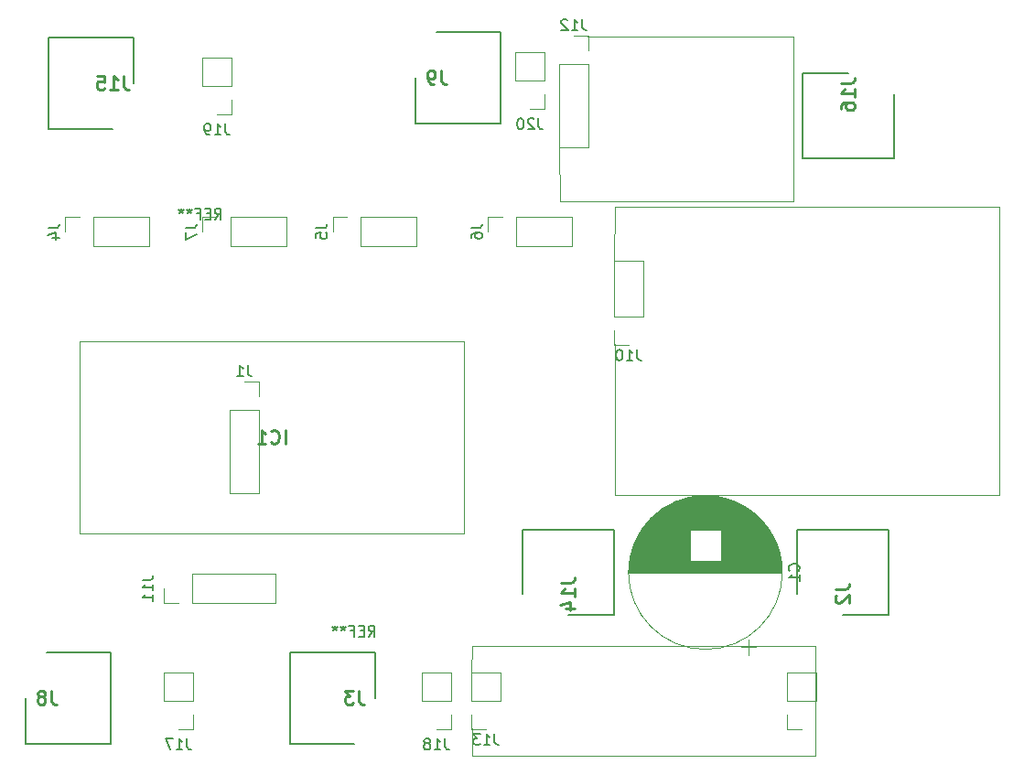
<source format=gbo>
%TF.GenerationSoftware,KiCad,Pcbnew,5.1.10-88a1d61d58~88~ubuntu18.04.1*%
%TF.CreationDate,2022-01-23T15:24:31+01:00*%
%TF.ProjectId,catbot_electronics_board,7061766c-6f76-45f6-9d69-6e695f656c65,rev?*%
%TF.SameCoordinates,Original*%
%TF.FileFunction,Legend,Bot*%
%TF.FilePolarity,Positive*%
%FSLAX46Y46*%
G04 Gerber Fmt 4.6, Leading zero omitted, Abs format (unit mm)*
G04 Created by KiCad (PCBNEW 5.1.10-88a1d61d58~88~ubuntu18.04.1) date 2022-01-23 15:24:31*
%MOMM*%
%LPD*%
G01*
G04 APERTURE LIST*
%ADD10C,0.120000*%
%ADD11C,0.200000*%
%ADD12C,0.100000*%
%ADD13C,0.150000*%
%ADD14C,0.254000*%
G04 APERTURE END LIST*
D10*
%TO.C,J6*%
X66354000Y-30166000D02*
X66354000Y-32826000D01*
X61214000Y-30166000D02*
X66354000Y-30166000D01*
X61214000Y-32826000D02*
X66354000Y-32826000D01*
X61214000Y-30166000D02*
X61214000Y-32826000D01*
X59944000Y-30166000D02*
X58614000Y-30166000D01*
X58614000Y-30166000D02*
X58614000Y-31496000D01*
%TO.C,J12*%
X86868000Y-13462000D02*
X67818000Y-13462000D01*
X86868000Y-28702000D02*
X86868000Y-13462000D01*
X65278000Y-28702000D02*
X86868000Y-28702000D01*
X65218000Y-23682000D02*
X65278000Y-28702000D01*
X67878000Y-13402000D02*
X66548000Y-13402000D01*
X67878000Y-14732000D02*
X67878000Y-13402000D01*
X67878000Y-16002000D02*
X65218000Y-16002000D01*
X65218000Y-16002000D02*
X65218000Y-23682000D01*
X67878000Y-16002000D02*
X67878000Y-23682000D01*
X67878000Y-23682000D02*
X65218000Y-23682000D01*
%TO.C,J20*%
X62484000Y-20126000D02*
X63814000Y-20126000D01*
X63814000Y-20126000D02*
X63814000Y-18796000D01*
X63814000Y-17526000D02*
X63814000Y-14926000D01*
X61154000Y-14926000D02*
X63814000Y-14926000D01*
X61154000Y-17526000D02*
X61154000Y-14926000D01*
X61154000Y-17526000D02*
X63814000Y-17526000D01*
D11*
%TO.C,J16*%
X96198000Y-18796000D02*
X96198000Y-24706000D01*
X96198000Y-24706000D02*
X87698000Y-24706000D01*
X87698000Y-24706000D02*
X87698000Y-16846000D01*
X87698000Y-16846000D02*
X91948000Y-16846000D01*
D12*
%TO.C,IC1*%
X20828000Y-41656000D02*
X20828000Y-59436000D01*
X56388000Y-41656000D02*
X20828000Y-41656000D01*
X56388000Y-59436000D02*
X56388000Y-41656000D01*
X20828000Y-59436000D02*
X56388000Y-59436000D01*
D11*
%TO.C,J9*%
X51898000Y-21522000D02*
X51898000Y-17272000D01*
X59758000Y-21522000D02*
X51898000Y-21522000D01*
X59758000Y-13022000D02*
X59758000Y-21522000D01*
X53848000Y-13022000D02*
X59758000Y-13022000D01*
D10*
%TO.C,J5*%
X52003000Y-30166000D02*
X52003000Y-32826000D01*
X46863000Y-30166000D02*
X52003000Y-30166000D01*
X46863000Y-32826000D02*
X52003000Y-32826000D01*
X46863000Y-30166000D02*
X46863000Y-32826000D01*
X45593000Y-30166000D02*
X44263000Y-30166000D01*
X44263000Y-30166000D02*
X44263000Y-31496000D01*
%TO.C,J10*%
X70358000Y-29210000D02*
X70298000Y-34230000D01*
X105918000Y-29210000D02*
X70358000Y-29210000D01*
X105918000Y-55880000D02*
X105918000Y-29210000D01*
X70358000Y-55880000D02*
X105918000Y-55880000D01*
X70358000Y-41910000D02*
X70358000Y-55880000D01*
X70298000Y-34230000D02*
X72958000Y-34230000D01*
X70298000Y-39370000D02*
X70298000Y-34230000D01*
X72958000Y-39370000D02*
X72958000Y-34230000D01*
X70298000Y-39370000D02*
X72958000Y-39370000D01*
X70298000Y-40640000D02*
X70298000Y-41970000D01*
X70298000Y-41970000D02*
X71628000Y-41970000D01*
%TO.C,J13*%
X86300000Y-74930000D02*
X88960000Y-74930000D01*
X86300000Y-72330000D02*
X88960000Y-72330000D01*
X86300000Y-74930000D02*
X86300000Y-72330000D01*
X86300000Y-77530000D02*
X87630000Y-77530000D01*
X86300000Y-76200000D02*
X86300000Y-77530000D01*
X88960000Y-74930000D02*
X88960000Y-72330000D01*
X88900000Y-69850000D02*
X88900000Y-71120000D01*
X57150000Y-69850000D02*
X88900000Y-69850000D01*
X57090000Y-72330000D02*
X57150000Y-69850000D01*
X88900000Y-80010000D02*
X88900000Y-71120000D01*
X57150000Y-80010000D02*
X88900000Y-80010000D01*
X57150000Y-77470000D02*
X57150000Y-80010000D01*
X57090000Y-72330000D02*
X59750000Y-72330000D01*
X57090000Y-74930000D02*
X57090000Y-72330000D01*
X59750000Y-74930000D02*
X59750000Y-72330000D01*
X57090000Y-74930000D02*
X59750000Y-74930000D01*
X57090000Y-76200000D02*
X57090000Y-77530000D01*
X57090000Y-77530000D02*
X58420000Y-77530000D01*
%TO.C,J19*%
X33528000Y-20634000D02*
X34858000Y-20634000D01*
X34858000Y-20634000D02*
X34858000Y-19304000D01*
X34858000Y-18034000D02*
X34858000Y-15434000D01*
X32198000Y-15434000D02*
X34858000Y-15434000D01*
X32198000Y-18034000D02*
X32198000Y-15434000D01*
X32198000Y-18034000D02*
X34858000Y-18034000D01*
%TO.C,J18*%
X53848000Y-77530000D02*
X55178000Y-77530000D01*
X55178000Y-77530000D02*
X55178000Y-76200000D01*
X55178000Y-74930000D02*
X55178000Y-72330000D01*
X52518000Y-72330000D02*
X55178000Y-72330000D01*
X52518000Y-74930000D02*
X52518000Y-72330000D01*
X52518000Y-74930000D02*
X55178000Y-74930000D01*
%TO.C,J17*%
X29972000Y-77530000D02*
X31302000Y-77530000D01*
X31302000Y-77530000D02*
X31302000Y-76200000D01*
X31302000Y-74930000D02*
X31302000Y-72330000D01*
X28642000Y-72330000D02*
X31302000Y-72330000D01*
X28642000Y-74930000D02*
X28642000Y-72330000D01*
X28642000Y-74930000D02*
X31302000Y-74930000D01*
D11*
%TO.C,J15*%
X25826000Y-13530000D02*
X25826000Y-17780000D01*
X17966000Y-13530000D02*
X25826000Y-13530000D01*
X17966000Y-22030000D02*
X17966000Y-13530000D01*
X23876000Y-22030000D02*
X17966000Y-22030000D01*
%TO.C,J14*%
X70290000Y-66974000D02*
X66040000Y-66974000D01*
X70290000Y-59114000D02*
X70290000Y-66974000D01*
X61790000Y-59114000D02*
X70290000Y-59114000D01*
X61790000Y-65024000D02*
X61790000Y-59114000D01*
D10*
%TO.C,J11*%
X31242000Y-63186000D02*
X31242000Y-65846000D01*
X31242000Y-63186000D02*
X38922000Y-63186000D01*
X38922000Y-63186000D02*
X38922000Y-65846000D01*
X31242000Y-65846000D02*
X38922000Y-65846000D01*
X28642000Y-65846000D02*
X29972000Y-65846000D01*
X28642000Y-64516000D02*
X28642000Y-65846000D01*
D11*
%TO.C,J8*%
X15830000Y-78926000D02*
X15830000Y-74676000D01*
X23690000Y-78926000D02*
X15830000Y-78926000D01*
X23690000Y-70426000D02*
X23690000Y-78926000D01*
X17780000Y-70426000D02*
X23690000Y-70426000D01*
D10*
%TO.C,J7*%
X39938000Y-30166000D02*
X39938000Y-32826000D01*
X34798000Y-30166000D02*
X39938000Y-30166000D01*
X34798000Y-32826000D02*
X39938000Y-32826000D01*
X34798000Y-30166000D02*
X34798000Y-32826000D01*
X33528000Y-30166000D02*
X32198000Y-30166000D01*
X32198000Y-30166000D02*
X32198000Y-31496000D01*
%TO.C,J4*%
X27238000Y-30166000D02*
X27238000Y-32826000D01*
X22098000Y-30166000D02*
X27238000Y-30166000D01*
X22098000Y-32826000D02*
X27238000Y-32826000D01*
X22098000Y-30166000D02*
X22098000Y-32826000D01*
X20828000Y-30166000D02*
X19498000Y-30166000D01*
X19498000Y-30166000D02*
X19498000Y-31496000D01*
D11*
%TO.C,J3*%
X48178000Y-70426000D02*
X48178000Y-74676000D01*
X40318000Y-70426000D02*
X48178000Y-70426000D01*
X40318000Y-78926000D02*
X40318000Y-70426000D01*
X46228000Y-78926000D02*
X40318000Y-78926000D01*
%TO.C,J2*%
X95690000Y-66974000D02*
X91440000Y-66974000D01*
X95690000Y-59114000D02*
X95690000Y-66974000D01*
X87190000Y-59114000D02*
X95690000Y-59114000D01*
X87190000Y-65024000D02*
X87190000Y-59114000D01*
D10*
%TO.C,J1*%
X37398000Y-55686000D02*
X34738000Y-55686000D01*
X37398000Y-48006000D02*
X37398000Y-55686000D01*
X34738000Y-48006000D02*
X34738000Y-55686000D01*
X37398000Y-48006000D02*
X34738000Y-48006000D01*
X37398000Y-46736000D02*
X37398000Y-45406000D01*
X37398000Y-45406000D02*
X36068000Y-45406000D01*
%TO.C,C1*%
X85860000Y-63032000D02*
G75*
G03*
X85860000Y-63032000I-7120000J0D01*
G01*
X85820000Y-63032000D02*
X71660000Y-63032000D01*
X85820000Y-62992000D02*
X71660000Y-62992000D01*
X85820000Y-62952000D02*
X71660000Y-62952000D01*
X85819000Y-62912000D02*
X71661000Y-62912000D01*
X85819000Y-62872000D02*
X71661000Y-62872000D01*
X85818000Y-62832000D02*
X71662000Y-62832000D01*
X85816000Y-62792000D02*
X71664000Y-62792000D01*
X85815000Y-62752000D02*
X71665000Y-62752000D01*
X85813000Y-62712000D02*
X71667000Y-62712000D01*
X85811000Y-62672000D02*
X71669000Y-62672000D01*
X85809000Y-62632000D02*
X71671000Y-62632000D01*
X85807000Y-62592000D02*
X71673000Y-62592000D01*
X85804000Y-62552000D02*
X71676000Y-62552000D01*
X85801000Y-62512000D02*
X71679000Y-62512000D01*
X85798000Y-62472000D02*
X71682000Y-62472000D01*
X85795000Y-62432000D02*
X71685000Y-62432000D01*
X85792000Y-62392000D02*
X71688000Y-62392000D01*
X85788000Y-62352000D02*
X71692000Y-62352000D01*
X85784000Y-62311000D02*
X71696000Y-62311000D01*
X85780000Y-62271000D02*
X71700000Y-62271000D01*
X85775000Y-62231000D02*
X71705000Y-62231000D01*
X85771000Y-62191000D02*
X71709000Y-62191000D01*
X85766000Y-62151000D02*
X71714000Y-62151000D01*
X85761000Y-62111000D02*
X71719000Y-62111000D01*
X85755000Y-62071000D02*
X71725000Y-62071000D01*
X85750000Y-62031000D02*
X71730000Y-62031000D01*
X85744000Y-61991000D02*
X71736000Y-61991000D01*
X85738000Y-61951000D02*
X80180000Y-61951000D01*
X77300000Y-61951000D02*
X71742000Y-61951000D01*
X85732000Y-61911000D02*
X80180000Y-61911000D01*
X77300000Y-61911000D02*
X71748000Y-61911000D01*
X85725000Y-61871000D02*
X80180000Y-61871000D01*
X77300000Y-61871000D02*
X71755000Y-61871000D01*
X85719000Y-61831000D02*
X80180000Y-61831000D01*
X77300000Y-61831000D02*
X71761000Y-61831000D01*
X85712000Y-61791000D02*
X80180000Y-61791000D01*
X77300000Y-61791000D02*
X71768000Y-61791000D01*
X85704000Y-61751000D02*
X80180000Y-61751000D01*
X77300000Y-61751000D02*
X71776000Y-61751000D01*
X85697000Y-61711000D02*
X80180000Y-61711000D01*
X77300000Y-61711000D02*
X71783000Y-61711000D01*
X85689000Y-61671000D02*
X80180000Y-61671000D01*
X77300000Y-61671000D02*
X71791000Y-61671000D01*
X85682000Y-61631000D02*
X80180000Y-61631000D01*
X77300000Y-61631000D02*
X71798000Y-61631000D01*
X85673000Y-61591000D02*
X80180000Y-61591000D01*
X77300000Y-61591000D02*
X71807000Y-61591000D01*
X85665000Y-61551000D02*
X80180000Y-61551000D01*
X77300000Y-61551000D02*
X71815000Y-61551000D01*
X85656000Y-61511000D02*
X80180000Y-61511000D01*
X77300000Y-61511000D02*
X71824000Y-61511000D01*
X85647000Y-61471000D02*
X80180000Y-61471000D01*
X77300000Y-61471000D02*
X71833000Y-61471000D01*
X85638000Y-61431000D02*
X80180000Y-61431000D01*
X77300000Y-61431000D02*
X71842000Y-61431000D01*
X85629000Y-61391000D02*
X80180000Y-61391000D01*
X77300000Y-61391000D02*
X71851000Y-61391000D01*
X85619000Y-61351000D02*
X80180000Y-61351000D01*
X77300000Y-61351000D02*
X71861000Y-61351000D01*
X85610000Y-61311000D02*
X80180000Y-61311000D01*
X77300000Y-61311000D02*
X71870000Y-61311000D01*
X85600000Y-61271000D02*
X80180000Y-61271000D01*
X77300000Y-61271000D02*
X71880000Y-61271000D01*
X85589000Y-61231000D02*
X80180000Y-61231000D01*
X77300000Y-61231000D02*
X71891000Y-61231000D01*
X85579000Y-61191000D02*
X80180000Y-61191000D01*
X77300000Y-61191000D02*
X71901000Y-61191000D01*
X85568000Y-61151000D02*
X80180000Y-61151000D01*
X77300000Y-61151000D02*
X71912000Y-61151000D01*
X85557000Y-61111000D02*
X80180000Y-61111000D01*
X77300000Y-61111000D02*
X71923000Y-61111000D01*
X85545000Y-61071000D02*
X80180000Y-61071000D01*
X77300000Y-61071000D02*
X71935000Y-61071000D01*
X85534000Y-61031000D02*
X80180000Y-61031000D01*
X77300000Y-61031000D02*
X71946000Y-61031000D01*
X85522000Y-60991000D02*
X80180000Y-60991000D01*
X77300000Y-60991000D02*
X71958000Y-60991000D01*
X85510000Y-60951000D02*
X80180000Y-60951000D01*
X77300000Y-60951000D02*
X71970000Y-60951000D01*
X85498000Y-60911000D02*
X80180000Y-60911000D01*
X77300000Y-60911000D02*
X71982000Y-60911000D01*
X85485000Y-60871000D02*
X80180000Y-60871000D01*
X77300000Y-60871000D02*
X71995000Y-60871000D01*
X85472000Y-60831000D02*
X80180000Y-60831000D01*
X77300000Y-60831000D02*
X72008000Y-60831000D01*
X85459000Y-60791000D02*
X80180000Y-60791000D01*
X77300000Y-60791000D02*
X72021000Y-60791000D01*
X85446000Y-60751000D02*
X80180000Y-60751000D01*
X77300000Y-60751000D02*
X72034000Y-60751000D01*
X85432000Y-60711000D02*
X80180000Y-60711000D01*
X77300000Y-60711000D02*
X72048000Y-60711000D01*
X85418000Y-60671000D02*
X80180000Y-60671000D01*
X77300000Y-60671000D02*
X72062000Y-60671000D01*
X85404000Y-60631000D02*
X80180000Y-60631000D01*
X77300000Y-60631000D02*
X72076000Y-60631000D01*
X85389000Y-60591000D02*
X80180000Y-60591000D01*
X77300000Y-60591000D02*
X72091000Y-60591000D01*
X85375000Y-60551000D02*
X80180000Y-60551000D01*
X77300000Y-60551000D02*
X72105000Y-60551000D01*
X85360000Y-60511000D02*
X80180000Y-60511000D01*
X77300000Y-60511000D02*
X72120000Y-60511000D01*
X85344000Y-60471000D02*
X80180000Y-60471000D01*
X77300000Y-60471000D02*
X72136000Y-60471000D01*
X85329000Y-60431000D02*
X80180000Y-60431000D01*
X77300000Y-60431000D02*
X72151000Y-60431000D01*
X85313000Y-60391000D02*
X80180000Y-60391000D01*
X77300000Y-60391000D02*
X72167000Y-60391000D01*
X85297000Y-60351000D02*
X80180000Y-60351000D01*
X77300000Y-60351000D02*
X72183000Y-60351000D01*
X85280000Y-60311000D02*
X80180000Y-60311000D01*
X77300000Y-60311000D02*
X72200000Y-60311000D01*
X85264000Y-60271000D02*
X80180000Y-60271000D01*
X77300000Y-60271000D02*
X72216000Y-60271000D01*
X85247000Y-60231000D02*
X80180000Y-60231000D01*
X77300000Y-60231000D02*
X72233000Y-60231000D01*
X85230000Y-60191000D02*
X80180000Y-60191000D01*
X77300000Y-60191000D02*
X72250000Y-60191000D01*
X85212000Y-60151000D02*
X80180000Y-60151000D01*
X77300000Y-60151000D02*
X72268000Y-60151000D01*
X85194000Y-60111000D02*
X80180000Y-60111000D01*
X77300000Y-60111000D02*
X72286000Y-60111000D01*
X85176000Y-60071000D02*
X80180000Y-60071000D01*
X77300000Y-60071000D02*
X72304000Y-60071000D01*
X85158000Y-60031000D02*
X80180000Y-60031000D01*
X77300000Y-60031000D02*
X72322000Y-60031000D01*
X85139000Y-59991000D02*
X80180000Y-59991000D01*
X77300000Y-59991000D02*
X72341000Y-59991000D01*
X85120000Y-59951000D02*
X80180000Y-59951000D01*
X77300000Y-59951000D02*
X72360000Y-59951000D01*
X85100000Y-59911000D02*
X80180000Y-59911000D01*
X77300000Y-59911000D02*
X72380000Y-59911000D01*
X85081000Y-59871000D02*
X80180000Y-59871000D01*
X77300000Y-59871000D02*
X72399000Y-59871000D01*
X85061000Y-59831000D02*
X80180000Y-59831000D01*
X77300000Y-59831000D02*
X72419000Y-59831000D01*
X85041000Y-59791000D02*
X80180000Y-59791000D01*
X77300000Y-59791000D02*
X72439000Y-59791000D01*
X85020000Y-59751000D02*
X80180000Y-59751000D01*
X77300000Y-59751000D02*
X72460000Y-59751000D01*
X84999000Y-59711000D02*
X80180000Y-59711000D01*
X77300000Y-59711000D02*
X72481000Y-59711000D01*
X84978000Y-59671000D02*
X80180000Y-59671000D01*
X77300000Y-59671000D02*
X72502000Y-59671000D01*
X84956000Y-59631000D02*
X80180000Y-59631000D01*
X77300000Y-59631000D02*
X72524000Y-59631000D01*
X84934000Y-59591000D02*
X80180000Y-59591000D01*
X77300000Y-59591000D02*
X72546000Y-59591000D01*
X84912000Y-59551000D02*
X80180000Y-59551000D01*
X77300000Y-59551000D02*
X72568000Y-59551000D01*
X84890000Y-59511000D02*
X80180000Y-59511000D01*
X77300000Y-59511000D02*
X72590000Y-59511000D01*
X84867000Y-59471000D02*
X80180000Y-59471000D01*
X77300000Y-59471000D02*
X72613000Y-59471000D01*
X84843000Y-59431000D02*
X80180000Y-59431000D01*
X77300000Y-59431000D02*
X72637000Y-59431000D01*
X84820000Y-59391000D02*
X80180000Y-59391000D01*
X77300000Y-59391000D02*
X72660000Y-59391000D01*
X84796000Y-59351000D02*
X80180000Y-59351000D01*
X77300000Y-59351000D02*
X72684000Y-59351000D01*
X84771000Y-59311000D02*
X80180000Y-59311000D01*
X77300000Y-59311000D02*
X72709000Y-59311000D01*
X84747000Y-59271000D02*
X80180000Y-59271000D01*
X77300000Y-59271000D02*
X72733000Y-59271000D01*
X84722000Y-59231000D02*
X80180000Y-59231000D01*
X77300000Y-59231000D02*
X72758000Y-59231000D01*
X84696000Y-59191000D02*
X80180000Y-59191000D01*
X77300000Y-59191000D02*
X72784000Y-59191000D01*
X84670000Y-59151000D02*
X80180000Y-59151000D01*
X77300000Y-59151000D02*
X72810000Y-59151000D01*
X84644000Y-59111000D02*
X80180000Y-59111000D01*
X77300000Y-59111000D02*
X72836000Y-59111000D01*
X84618000Y-59071000D02*
X72862000Y-59071000D01*
X84591000Y-59031000D02*
X72889000Y-59031000D01*
X84563000Y-58991000D02*
X72917000Y-58991000D01*
X84536000Y-58951000D02*
X72944000Y-58951000D01*
X84507000Y-58911000D02*
X72973000Y-58911000D01*
X84479000Y-58871000D02*
X73001000Y-58871000D01*
X84450000Y-58831000D02*
X73030000Y-58831000D01*
X84420000Y-58791000D02*
X73060000Y-58791000D01*
X84390000Y-58751000D02*
X73090000Y-58751000D01*
X84360000Y-58711000D02*
X73120000Y-58711000D01*
X84329000Y-58671000D02*
X73151000Y-58671000D01*
X84298000Y-58631000D02*
X73182000Y-58631000D01*
X84267000Y-58591000D02*
X73213000Y-58591000D01*
X84234000Y-58551000D02*
X73246000Y-58551000D01*
X84202000Y-58511000D02*
X73278000Y-58511000D01*
X84169000Y-58471000D02*
X73311000Y-58471000D01*
X84135000Y-58431000D02*
X73345000Y-58431000D01*
X84101000Y-58391000D02*
X73379000Y-58391000D01*
X84066000Y-58351000D02*
X73414000Y-58351000D01*
X84031000Y-58311000D02*
X73449000Y-58311000D01*
X83995000Y-58271000D02*
X73485000Y-58271000D01*
X83959000Y-58231000D02*
X73521000Y-58231000D01*
X83922000Y-58191000D02*
X73558000Y-58191000D01*
X83885000Y-58151000D02*
X73595000Y-58151000D01*
X83847000Y-58111000D02*
X73633000Y-58111000D01*
X83809000Y-58071000D02*
X73671000Y-58071000D01*
X83769000Y-58031000D02*
X73711000Y-58031000D01*
X83730000Y-57991000D02*
X73750000Y-57991000D01*
X83689000Y-57951000D02*
X73791000Y-57951000D01*
X83648000Y-57911000D02*
X73832000Y-57911000D01*
X83606000Y-57871000D02*
X73874000Y-57871000D01*
X83564000Y-57831000D02*
X73916000Y-57831000D01*
X83521000Y-57791000D02*
X73959000Y-57791000D01*
X83477000Y-57751000D02*
X74003000Y-57751000D01*
X83433000Y-57711000D02*
X74047000Y-57711000D01*
X83387000Y-57671000D02*
X74093000Y-57671000D01*
X83341000Y-57631000D02*
X74139000Y-57631000D01*
X83294000Y-57591000D02*
X74186000Y-57591000D01*
X83246000Y-57551000D02*
X74234000Y-57551000D01*
X83198000Y-57511000D02*
X74282000Y-57511000D01*
X83148000Y-57471000D02*
X74332000Y-57471000D01*
X83098000Y-57431000D02*
X74382000Y-57431000D01*
X83046000Y-57391000D02*
X74434000Y-57391000D01*
X82994000Y-57351000D02*
X74486000Y-57351000D01*
X82940000Y-57311000D02*
X74540000Y-57311000D01*
X82886000Y-57271000D02*
X74594000Y-57271000D01*
X82830000Y-57231000D02*
X74650000Y-57231000D01*
X82773000Y-57191000D02*
X74707000Y-57191000D01*
X82715000Y-57151000D02*
X74765000Y-57151000D01*
X82656000Y-57111000D02*
X74824000Y-57111000D01*
X82596000Y-57071000D02*
X74884000Y-57071000D01*
X82534000Y-57031000D02*
X74946000Y-57031000D01*
X82470000Y-56991000D02*
X75010000Y-56991000D01*
X82406000Y-56951000D02*
X75074000Y-56951000D01*
X82339000Y-56911000D02*
X75141000Y-56911000D01*
X82271000Y-56871000D02*
X75209000Y-56871000D01*
X82201000Y-56831000D02*
X75279000Y-56831000D01*
X82129000Y-56791000D02*
X75351000Y-56791000D01*
X82055000Y-56751000D02*
X75425000Y-56751000D01*
X81980000Y-56711000D02*
X75500000Y-56711000D01*
X81901000Y-56671000D02*
X75579000Y-56671000D01*
X81820000Y-56631000D02*
X75660000Y-56631000D01*
X81737000Y-56591000D02*
X75743000Y-56591000D01*
X81651000Y-56551000D02*
X75829000Y-56551000D01*
X81561000Y-56511000D02*
X75919000Y-56511000D01*
X81468000Y-56471000D02*
X76012000Y-56471000D01*
X81372000Y-56431000D02*
X76108000Y-56431000D01*
X81270000Y-56391000D02*
X76210000Y-56391000D01*
X81165000Y-56351000D02*
X76315000Y-56351000D01*
X81053000Y-56311000D02*
X76427000Y-56311000D01*
X80936000Y-56271000D02*
X76544000Y-56271000D01*
X80811000Y-56231000D02*
X76669000Y-56231000D01*
X80678000Y-56191000D02*
X76802000Y-56191000D01*
X80534000Y-56151000D02*
X76946000Y-56151000D01*
X80376000Y-56111000D02*
X77104000Y-56111000D01*
X80201000Y-56071000D02*
X77279000Y-56071000D01*
X80002000Y-56031000D02*
X77478000Y-56031000D01*
X79765000Y-55991000D02*
X77715000Y-55991000D01*
X79454000Y-55951000D02*
X78026000Y-55951000D01*
X82735000Y-70651543D02*
X82735000Y-69251543D01*
X83435000Y-69951543D02*
X82035000Y-69951543D01*
%TO.C,REF\u002A\u002A*%
D13*
X47561333Y-68960380D02*
X47894666Y-68484190D01*
X48132761Y-68960380D02*
X48132761Y-67960380D01*
X47751809Y-67960380D01*
X47656571Y-68008000D01*
X47608952Y-68055619D01*
X47561333Y-68150857D01*
X47561333Y-68293714D01*
X47608952Y-68388952D01*
X47656571Y-68436571D01*
X47751809Y-68484190D01*
X48132761Y-68484190D01*
X47132761Y-68436571D02*
X46799428Y-68436571D01*
X46656571Y-68960380D02*
X47132761Y-68960380D01*
X47132761Y-67960380D01*
X46656571Y-67960380D01*
X45894666Y-68436571D02*
X46228000Y-68436571D01*
X46228000Y-68960380D02*
X46228000Y-67960380D01*
X45751809Y-67960380D01*
X45228000Y-67960380D02*
X45228000Y-68198476D01*
X45466095Y-68103238D02*
X45228000Y-68198476D01*
X44989904Y-68103238D01*
X45370857Y-68388952D02*
X45228000Y-68198476D01*
X45085142Y-68388952D01*
X44466095Y-67960380D02*
X44466095Y-68198476D01*
X44704190Y-68103238D02*
X44466095Y-68198476D01*
X44228000Y-68103238D01*
X44608952Y-68388952D02*
X44466095Y-68198476D01*
X44323238Y-68388952D01*
X33337333Y-30352380D02*
X33670666Y-29876190D01*
X33908761Y-30352380D02*
X33908761Y-29352380D01*
X33527809Y-29352380D01*
X33432571Y-29400000D01*
X33384952Y-29447619D01*
X33337333Y-29542857D01*
X33337333Y-29685714D01*
X33384952Y-29780952D01*
X33432571Y-29828571D01*
X33527809Y-29876190D01*
X33908761Y-29876190D01*
X32908761Y-29828571D02*
X32575428Y-29828571D01*
X32432571Y-30352380D02*
X32908761Y-30352380D01*
X32908761Y-29352380D01*
X32432571Y-29352380D01*
X31670666Y-29828571D02*
X32004000Y-29828571D01*
X32004000Y-30352380D02*
X32004000Y-29352380D01*
X31527809Y-29352380D01*
X31004000Y-29352380D02*
X31004000Y-29590476D01*
X31242095Y-29495238D02*
X31004000Y-29590476D01*
X30765904Y-29495238D01*
X31146857Y-29780952D02*
X31004000Y-29590476D01*
X30861142Y-29780952D01*
X30242095Y-29352380D02*
X30242095Y-29590476D01*
X30480190Y-29495238D02*
X30242095Y-29590476D01*
X30004000Y-29495238D01*
X30384952Y-29780952D02*
X30242095Y-29590476D01*
X30099238Y-29780952D01*
%TO.C,J6*%
X57066380Y-31162666D02*
X57780666Y-31162666D01*
X57923523Y-31115047D01*
X58018761Y-31019809D01*
X58066380Y-30876952D01*
X58066380Y-30781714D01*
X57066380Y-32067428D02*
X57066380Y-31876952D01*
X57114000Y-31781714D01*
X57161619Y-31734095D01*
X57304476Y-31638857D01*
X57494952Y-31591238D01*
X57875904Y-31591238D01*
X57971142Y-31638857D01*
X58018761Y-31686476D01*
X58066380Y-31781714D01*
X58066380Y-31972190D01*
X58018761Y-32067428D01*
X57971142Y-32115047D01*
X57875904Y-32162666D01*
X57637809Y-32162666D01*
X57542571Y-32115047D01*
X57494952Y-32067428D01*
X57447333Y-31972190D01*
X57447333Y-31781714D01*
X57494952Y-31686476D01*
X57542571Y-31638857D01*
X57637809Y-31591238D01*
%TO.C,J12*%
X67357523Y-11854380D02*
X67357523Y-12568666D01*
X67405142Y-12711523D01*
X67500380Y-12806761D01*
X67643238Y-12854380D01*
X67738476Y-12854380D01*
X66357523Y-12854380D02*
X66928952Y-12854380D01*
X66643238Y-12854380D02*
X66643238Y-11854380D01*
X66738476Y-11997238D01*
X66833714Y-12092476D01*
X66928952Y-12140095D01*
X65976571Y-11949619D02*
X65928952Y-11902000D01*
X65833714Y-11854380D01*
X65595619Y-11854380D01*
X65500380Y-11902000D01*
X65452761Y-11949619D01*
X65405142Y-12044857D01*
X65405142Y-12140095D01*
X65452761Y-12282952D01*
X66024190Y-12854380D01*
X65405142Y-12854380D01*
%TO.C,J20*%
X63293523Y-21018380D02*
X63293523Y-21732666D01*
X63341142Y-21875523D01*
X63436380Y-21970761D01*
X63579238Y-22018380D01*
X63674476Y-22018380D01*
X62864952Y-21113619D02*
X62817333Y-21066000D01*
X62722095Y-21018380D01*
X62484000Y-21018380D01*
X62388761Y-21066000D01*
X62341142Y-21113619D01*
X62293523Y-21208857D01*
X62293523Y-21304095D01*
X62341142Y-21446952D01*
X62912571Y-22018380D01*
X62293523Y-22018380D01*
X61674476Y-21018380D02*
X61579238Y-21018380D01*
X61484000Y-21066000D01*
X61436380Y-21113619D01*
X61388761Y-21208857D01*
X61341142Y-21399333D01*
X61341142Y-21637428D01*
X61388761Y-21827904D01*
X61436380Y-21923142D01*
X61484000Y-21970761D01*
X61579238Y-22018380D01*
X61674476Y-22018380D01*
X61769714Y-21970761D01*
X61817333Y-21923142D01*
X61864952Y-21827904D01*
X61912571Y-21637428D01*
X61912571Y-21399333D01*
X61864952Y-21208857D01*
X61817333Y-21113619D01*
X61769714Y-21066000D01*
X61674476Y-21018380D01*
%TO.C,J16*%
D14*
X91252523Y-17767904D02*
X92159666Y-17767904D01*
X92341095Y-17707428D01*
X92462047Y-17586476D01*
X92522523Y-17405047D01*
X92522523Y-17284095D01*
X92522523Y-19037904D02*
X92522523Y-18312190D01*
X92522523Y-18675047D02*
X91252523Y-18675047D01*
X91433952Y-18554095D01*
X91554904Y-18433142D01*
X91615380Y-18312190D01*
X91252523Y-20126476D02*
X91252523Y-19884571D01*
X91313000Y-19763619D01*
X91373476Y-19703142D01*
X91554904Y-19582190D01*
X91796809Y-19521714D01*
X92280619Y-19521714D01*
X92401571Y-19582190D01*
X92462047Y-19642666D01*
X92522523Y-19763619D01*
X92522523Y-20005523D01*
X92462047Y-20126476D01*
X92401571Y-20186952D01*
X92280619Y-20247428D01*
X91978238Y-20247428D01*
X91857285Y-20186952D01*
X91796809Y-20126476D01*
X91736333Y-20005523D01*
X91736333Y-19763619D01*
X91796809Y-19642666D01*
X91857285Y-19582190D01*
X91978238Y-19521714D01*
%TO.C,IC1*%
X39847761Y-51120523D02*
X39847761Y-49850523D01*
X38517285Y-50999571D02*
X38577761Y-51060047D01*
X38759190Y-51120523D01*
X38880142Y-51120523D01*
X39061571Y-51060047D01*
X39182523Y-50939095D01*
X39243000Y-50818142D01*
X39303476Y-50576238D01*
X39303476Y-50394809D01*
X39243000Y-50152904D01*
X39182523Y-50031952D01*
X39061571Y-49911000D01*
X38880142Y-49850523D01*
X38759190Y-49850523D01*
X38577761Y-49911000D01*
X38517285Y-49971476D01*
X37307761Y-51120523D02*
X38033476Y-51120523D01*
X37670619Y-51120523D02*
X37670619Y-49850523D01*
X37791571Y-50031952D01*
X37912523Y-50152904D01*
X38033476Y-50213380D01*
%TO.C,J9*%
X54271333Y-16576523D02*
X54271333Y-17483666D01*
X54331809Y-17665095D01*
X54452761Y-17786047D01*
X54634190Y-17846523D01*
X54755142Y-17846523D01*
X53606095Y-17846523D02*
X53364190Y-17846523D01*
X53243238Y-17786047D01*
X53182761Y-17725571D01*
X53061809Y-17544142D01*
X53001333Y-17302238D01*
X53001333Y-16818428D01*
X53061809Y-16697476D01*
X53122285Y-16637000D01*
X53243238Y-16576523D01*
X53485142Y-16576523D01*
X53606095Y-16637000D01*
X53666571Y-16697476D01*
X53727047Y-16818428D01*
X53727047Y-17120809D01*
X53666571Y-17241761D01*
X53606095Y-17302238D01*
X53485142Y-17362714D01*
X53243238Y-17362714D01*
X53122285Y-17302238D01*
X53061809Y-17241761D01*
X53001333Y-17120809D01*
%TO.C,J5*%
D13*
X42715380Y-31162666D02*
X43429666Y-31162666D01*
X43572523Y-31115047D01*
X43667761Y-31019809D01*
X43715380Y-30876952D01*
X43715380Y-30781714D01*
X42715380Y-32115047D02*
X42715380Y-31638857D01*
X43191571Y-31591238D01*
X43143952Y-31638857D01*
X43096333Y-31734095D01*
X43096333Y-31972190D01*
X43143952Y-32067428D01*
X43191571Y-32115047D01*
X43286809Y-32162666D01*
X43524904Y-32162666D01*
X43620142Y-32115047D01*
X43667761Y-32067428D01*
X43715380Y-31972190D01*
X43715380Y-31734095D01*
X43667761Y-31638857D01*
X43620142Y-31591238D01*
%TO.C,J10*%
X72437523Y-42422380D02*
X72437523Y-43136666D01*
X72485142Y-43279523D01*
X72580380Y-43374761D01*
X72723238Y-43422380D01*
X72818476Y-43422380D01*
X71437523Y-43422380D02*
X72008952Y-43422380D01*
X71723238Y-43422380D02*
X71723238Y-42422380D01*
X71818476Y-42565238D01*
X71913714Y-42660476D01*
X72008952Y-42708095D01*
X70818476Y-42422380D02*
X70723238Y-42422380D01*
X70628000Y-42470000D01*
X70580380Y-42517619D01*
X70532761Y-42612857D01*
X70485142Y-42803333D01*
X70485142Y-43041428D01*
X70532761Y-43231904D01*
X70580380Y-43327142D01*
X70628000Y-43374761D01*
X70723238Y-43422380D01*
X70818476Y-43422380D01*
X70913714Y-43374761D01*
X70961333Y-43327142D01*
X71008952Y-43231904D01*
X71056571Y-43041428D01*
X71056571Y-42803333D01*
X71008952Y-42612857D01*
X70961333Y-42517619D01*
X70913714Y-42470000D01*
X70818476Y-42422380D01*
%TO.C,J13*%
X59229523Y-77982380D02*
X59229523Y-78696666D01*
X59277142Y-78839523D01*
X59372380Y-78934761D01*
X59515238Y-78982380D01*
X59610476Y-78982380D01*
X58229523Y-78982380D02*
X58800952Y-78982380D01*
X58515238Y-78982380D02*
X58515238Y-77982380D01*
X58610476Y-78125238D01*
X58705714Y-78220476D01*
X58800952Y-78268095D01*
X57896190Y-77982380D02*
X57277142Y-77982380D01*
X57610476Y-78363333D01*
X57467619Y-78363333D01*
X57372380Y-78410952D01*
X57324761Y-78458571D01*
X57277142Y-78553809D01*
X57277142Y-78791904D01*
X57324761Y-78887142D01*
X57372380Y-78934761D01*
X57467619Y-78982380D01*
X57753333Y-78982380D01*
X57848571Y-78934761D01*
X57896190Y-78887142D01*
%TO.C,J19*%
X34337523Y-21526380D02*
X34337523Y-22240666D01*
X34385142Y-22383523D01*
X34480380Y-22478761D01*
X34623238Y-22526380D01*
X34718476Y-22526380D01*
X33337523Y-22526380D02*
X33908952Y-22526380D01*
X33623238Y-22526380D02*
X33623238Y-21526380D01*
X33718476Y-21669238D01*
X33813714Y-21764476D01*
X33908952Y-21812095D01*
X32861333Y-22526380D02*
X32670857Y-22526380D01*
X32575619Y-22478761D01*
X32528000Y-22431142D01*
X32432761Y-22288285D01*
X32385142Y-22097809D01*
X32385142Y-21716857D01*
X32432761Y-21621619D01*
X32480380Y-21574000D01*
X32575619Y-21526380D01*
X32766095Y-21526380D01*
X32861333Y-21574000D01*
X32908952Y-21621619D01*
X32956571Y-21716857D01*
X32956571Y-21954952D01*
X32908952Y-22050190D01*
X32861333Y-22097809D01*
X32766095Y-22145428D01*
X32575619Y-22145428D01*
X32480380Y-22097809D01*
X32432761Y-22050190D01*
X32385142Y-21954952D01*
%TO.C,J18*%
X54657523Y-78422380D02*
X54657523Y-79136666D01*
X54705142Y-79279523D01*
X54800380Y-79374761D01*
X54943238Y-79422380D01*
X55038476Y-79422380D01*
X53657523Y-79422380D02*
X54228952Y-79422380D01*
X53943238Y-79422380D02*
X53943238Y-78422380D01*
X54038476Y-78565238D01*
X54133714Y-78660476D01*
X54228952Y-78708095D01*
X53086095Y-78850952D02*
X53181333Y-78803333D01*
X53228952Y-78755714D01*
X53276571Y-78660476D01*
X53276571Y-78612857D01*
X53228952Y-78517619D01*
X53181333Y-78470000D01*
X53086095Y-78422380D01*
X52895619Y-78422380D01*
X52800380Y-78470000D01*
X52752761Y-78517619D01*
X52705142Y-78612857D01*
X52705142Y-78660476D01*
X52752761Y-78755714D01*
X52800380Y-78803333D01*
X52895619Y-78850952D01*
X53086095Y-78850952D01*
X53181333Y-78898571D01*
X53228952Y-78946190D01*
X53276571Y-79041428D01*
X53276571Y-79231904D01*
X53228952Y-79327142D01*
X53181333Y-79374761D01*
X53086095Y-79422380D01*
X52895619Y-79422380D01*
X52800380Y-79374761D01*
X52752761Y-79327142D01*
X52705142Y-79231904D01*
X52705142Y-79041428D01*
X52752761Y-78946190D01*
X52800380Y-78898571D01*
X52895619Y-78850952D01*
%TO.C,J17*%
X30781523Y-78422380D02*
X30781523Y-79136666D01*
X30829142Y-79279523D01*
X30924380Y-79374761D01*
X31067238Y-79422380D01*
X31162476Y-79422380D01*
X29781523Y-79422380D02*
X30352952Y-79422380D01*
X30067238Y-79422380D02*
X30067238Y-78422380D01*
X30162476Y-78565238D01*
X30257714Y-78660476D01*
X30352952Y-78708095D01*
X29448190Y-78422380D02*
X28781523Y-78422380D01*
X29210095Y-79422380D01*
%TO.C,J15*%
D14*
X24904095Y-17084523D02*
X24904095Y-17991666D01*
X24964571Y-18173095D01*
X25085523Y-18294047D01*
X25266952Y-18354523D01*
X25387904Y-18354523D01*
X23634095Y-18354523D02*
X24359809Y-18354523D01*
X23996952Y-18354523D02*
X23996952Y-17084523D01*
X24117904Y-17265952D01*
X24238857Y-17386904D01*
X24359809Y-17447380D01*
X22485047Y-17084523D02*
X23089809Y-17084523D01*
X23150285Y-17689285D01*
X23089809Y-17628809D01*
X22968857Y-17568333D01*
X22666476Y-17568333D01*
X22545523Y-17628809D01*
X22485047Y-17689285D01*
X22424571Y-17810238D01*
X22424571Y-18112619D01*
X22485047Y-18233571D01*
X22545523Y-18294047D01*
X22666476Y-18354523D01*
X22968857Y-18354523D01*
X23089809Y-18294047D01*
X23150285Y-18233571D01*
%TO.C,J14*%
X65344523Y-63995904D02*
X66251666Y-63995904D01*
X66433095Y-63935428D01*
X66554047Y-63814476D01*
X66614523Y-63633047D01*
X66614523Y-63512095D01*
X66614523Y-65265904D02*
X66614523Y-64540190D01*
X66614523Y-64903047D02*
X65344523Y-64903047D01*
X65525952Y-64782095D01*
X65646904Y-64661142D01*
X65707380Y-64540190D01*
X65767857Y-66354476D02*
X66614523Y-66354476D01*
X65284047Y-66052095D02*
X66191190Y-65749714D01*
X66191190Y-66535904D01*
%TO.C,J11*%
D13*
X26654380Y-63706476D02*
X27368666Y-63706476D01*
X27511523Y-63658857D01*
X27606761Y-63563619D01*
X27654380Y-63420761D01*
X27654380Y-63325523D01*
X27654380Y-64706476D02*
X27654380Y-64135047D01*
X27654380Y-64420761D02*
X26654380Y-64420761D01*
X26797238Y-64325523D01*
X26892476Y-64230285D01*
X26940095Y-64135047D01*
X27654380Y-65658857D02*
X27654380Y-65087428D01*
X27654380Y-65373142D02*
X26654380Y-65373142D01*
X26797238Y-65277904D01*
X26892476Y-65182666D01*
X26940095Y-65087428D01*
%TO.C,J8*%
D14*
X18203333Y-73980523D02*
X18203333Y-74887666D01*
X18263809Y-75069095D01*
X18384761Y-75190047D01*
X18566190Y-75250523D01*
X18687142Y-75250523D01*
X17417142Y-74524809D02*
X17538095Y-74464333D01*
X17598571Y-74403857D01*
X17659047Y-74282904D01*
X17659047Y-74222428D01*
X17598571Y-74101476D01*
X17538095Y-74041000D01*
X17417142Y-73980523D01*
X17175238Y-73980523D01*
X17054285Y-74041000D01*
X16993809Y-74101476D01*
X16933333Y-74222428D01*
X16933333Y-74282904D01*
X16993809Y-74403857D01*
X17054285Y-74464333D01*
X17175238Y-74524809D01*
X17417142Y-74524809D01*
X17538095Y-74585285D01*
X17598571Y-74645761D01*
X17659047Y-74766714D01*
X17659047Y-75008619D01*
X17598571Y-75129571D01*
X17538095Y-75190047D01*
X17417142Y-75250523D01*
X17175238Y-75250523D01*
X17054285Y-75190047D01*
X16993809Y-75129571D01*
X16933333Y-75008619D01*
X16933333Y-74766714D01*
X16993809Y-74645761D01*
X17054285Y-74585285D01*
X17175238Y-74524809D01*
%TO.C,J7*%
D13*
X30650380Y-31162666D02*
X31364666Y-31162666D01*
X31507523Y-31115047D01*
X31602761Y-31019809D01*
X31650380Y-30876952D01*
X31650380Y-30781714D01*
X30650380Y-31543619D02*
X30650380Y-32210285D01*
X31650380Y-31781714D01*
%TO.C,J4*%
X17950380Y-31162666D02*
X18664666Y-31162666D01*
X18807523Y-31115047D01*
X18902761Y-31019809D01*
X18950380Y-30876952D01*
X18950380Y-30781714D01*
X18283714Y-32067428D02*
X18950380Y-32067428D01*
X17902761Y-31829333D02*
X18617047Y-31591238D01*
X18617047Y-32210285D01*
%TO.C,J3*%
D14*
X46651333Y-73980523D02*
X46651333Y-74887666D01*
X46711809Y-75069095D01*
X46832761Y-75190047D01*
X47014190Y-75250523D01*
X47135142Y-75250523D01*
X46167523Y-73980523D02*
X45381333Y-73980523D01*
X45804666Y-74464333D01*
X45623238Y-74464333D01*
X45502285Y-74524809D01*
X45441809Y-74585285D01*
X45381333Y-74706238D01*
X45381333Y-75008619D01*
X45441809Y-75129571D01*
X45502285Y-75190047D01*
X45623238Y-75250523D01*
X45986095Y-75250523D01*
X46107047Y-75190047D01*
X46167523Y-75129571D01*
%TO.C,J2*%
X90744523Y-64600666D02*
X91651666Y-64600666D01*
X91833095Y-64540190D01*
X91954047Y-64419238D01*
X92014523Y-64237809D01*
X92014523Y-64116857D01*
X90865476Y-65144952D02*
X90805000Y-65205428D01*
X90744523Y-65326380D01*
X90744523Y-65628761D01*
X90805000Y-65749714D01*
X90865476Y-65810190D01*
X90986428Y-65870666D01*
X91107380Y-65870666D01*
X91288809Y-65810190D01*
X92014523Y-65084476D01*
X92014523Y-65870666D01*
%TO.C,J1*%
D13*
X36401333Y-43858380D02*
X36401333Y-44572666D01*
X36448952Y-44715523D01*
X36544190Y-44810761D01*
X36687047Y-44858380D01*
X36782285Y-44858380D01*
X35401333Y-44858380D02*
X35972761Y-44858380D01*
X35687047Y-44858380D02*
X35687047Y-43858380D01*
X35782285Y-44001238D01*
X35877523Y-44096476D01*
X35972761Y-44144095D01*
%TO.C,C1*%
X87347142Y-62865333D02*
X87394761Y-62817714D01*
X87442380Y-62674857D01*
X87442380Y-62579619D01*
X87394761Y-62436761D01*
X87299523Y-62341523D01*
X87204285Y-62293904D01*
X87013809Y-62246285D01*
X86870952Y-62246285D01*
X86680476Y-62293904D01*
X86585238Y-62341523D01*
X86490000Y-62436761D01*
X86442380Y-62579619D01*
X86442380Y-62674857D01*
X86490000Y-62817714D01*
X86537619Y-62865333D01*
X87442380Y-63817714D02*
X87442380Y-63246285D01*
X87442380Y-63532000D02*
X86442380Y-63532000D01*
X86585238Y-63436761D01*
X86680476Y-63341523D01*
X86728095Y-63246285D01*
%TD*%
M02*

</source>
